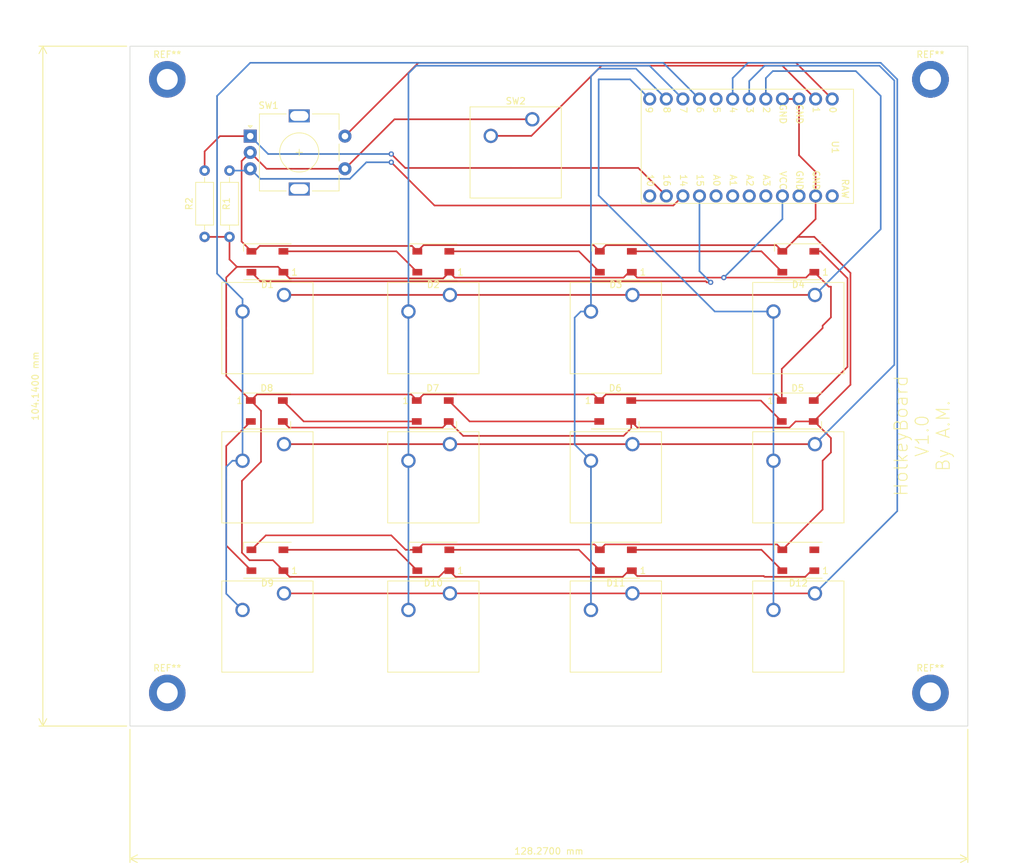
<source format=kicad_pcb>
(kicad_pcb (version 20211014) (generator pcbnew)
  (layers (0 "F.Cu" signal) (31 "B.Cu" signal) (34 "B.Paste" user) (35 "F.Paste" user) (36 "B.SilkS" user "B.Silkscreen") (37 "F.SilkS" user "F.Silkscreen") (38 "B.Mask" user) (39 "F.Mask" user) (44 "Edge.Cuts" user))
  (net 0 "")
  (net 1 "GND")
  (net 2 "buttonencoder")
  (net 3 "dt")
  (net 4 "clk")
  (net 5 "+5V")
  (net 6 "neopixel")
  (net 7 "Net-(D1-Pad2)")
  (net 8 "Net-(D2-Pad2)")
  (net 9 "Net-(D3-Pad2)")
  (net 10 "Net-(D4-Pad2)")
  (net 11 "Net-(D5-Pad2)")
  (net 12 "Net-(D6-Pad2)")
  (net 13 "Net-(D7-Pad2)")
  (net 14 "Net-(D8-Pad2)")
  (net 15 "Net-(D10-Pad4)")
  (net 16 "Net-(D10-Pad2)")
  (net 17 "Net-(D11-Pad2)")
  (net 19 "caseswitch")
  (net 20 "row 1")
  (net 21 "row 2")
  (net 22 "row 3")
  (net 24 "col 1")
  (net 25 "col 2")
  (net 26 "col 3")
  (net 27 "col 4")
  (footprint "Button_Switch_Keyboard:SW_Cherry_MX_1.00u_PCB" (layer "F.Cu") (at 63.59 106.68)
    (fp_text reference "" hide)
    (fp_text value "SW_MEC_5G" hide)
    (pad "" np_thru_hole circle locked (at -7.62 5.08) (size 1.7 1.7) (drill 1.7) (layers *.Cu *.Mask))
    (pad "" np_thru_hole circle locked (at -2.54 5.08) (size 4 4) (drill 4) (layers *.Cu *.Mask))
    (pad "" np_thru_hole circle locked (at 2.54 5.08) (size 1.7 1.7) (drill 1.7) (layers *.Cu *.Mask))
    (pad "1" thru_hole circle locked (at 0 0) (size 2.2 2.2) (drill 1.5) (layers *.Cu *.Mask) (net 22 "row 3"))
    (pad "2" thru_hole circle locked (at -6.35 2.54) (size 2.2 2.2) (drill 1.5) (layers *.Cu *.Mask) (net 24 "col 1"))
  )
  (footprint "LED_SMD:LED_WS2812B_PLCC4_5.0x5.0mm_P3.2mm" (layer "F.Cu") (at 142.24 78.74)
    (fp_text reference "D5" (at 0 -3.5) (layer "F.SilkS"))
    (fp_text value "WS2812B")
    (fp_text user "1" (at -4.15 -1.6) (layer "F.SilkS"))
    (pad "1" smd rect locked (at -2.45 -1.6) (size 1.5 1) (layers "F.Cu" "F.Paste" "F.Mask") (net 5 "+5V"))
    (pad "2" smd rect locked (at -2.45 1.6) (size 1.5 1) (layers "F.Cu" "F.Paste" "F.Mask") (net 11 "Net-(D5-Pad2)"))
    (pad "3" smd rect locked (at 2.45 1.6) (size 1.5 1) (layers "F.Cu" "F.Paste" "F.Mask") (net 1 "GND"))
    (pad "4" smd rect locked (at 2.45 -1.6) (size 1.5 1) (layers "F.Cu" "F.Paste" "F.Mask") (net 10 "Net-(D4-Pad2)"))
  )
  (footprint "Button_Switch_Keyboard:SW_Cherry_MX_1.00u_PCB" (layer "F.Cu") (at 116.93 60.96)
    (fp_text reference "" (at -2.54 -2.794) (layer "F.SilkS"))
    (fp_text value "")
    (pad "" np_thru_hole circle locked (at 2.54 5.08) (size 1.7 1.7) (drill 1.7) (layers *.Cu *.Mask))
    (pad "" np_thru_hole circle locked (at -2.54 5.08) (size 4 4) (drill 4) (layers *.Cu *.Mask))
    (pad "" np_thru_hole circle locked (at -7.62 5.08) (size 1.7 1.7) (drill 1.7) (layers *.Cu *.Mask))
    (pad "1" thru_hole circle locked (at 0 0) (size 2.2 2.2) (drill 1.5) (layers *.Cu *.Mask) (net 20 "row 1"))
    (pad "2" thru_hole circle locked (at -6.35 2.54) (size 2.2 2.2) (drill 1.5) (layers *.Cu *.Mask) (net 26 "col 3"))
  )
  (footprint "LED_SMD:LED_WS2812B_PLCC4_5.0x5.0mm_P3.2mm" (layer "F.Cu") (at 114.39 55.88 180)
    (fp_text reference "D3" (at 0 -3.5) (layer "F.SilkS"))
    (fp_text value "WS2812B")
    (fp_text user "1" (at -4.15 -1.6) (layer "F.SilkS"))
    (pad "1" smd rect locked (at -2.45 -1.6 180) (size 1.5 1) (layers "F.Cu" "F.Paste" "F.Mask") (net 5 "+5V"))
    (pad "2" smd rect locked (at -2.45 1.6 180) (size 1.5 1) (layers "F.Cu" "F.Paste" "F.Mask") (net 9 "Net-(D3-Pad2)"))
    (pad "3" smd rect locked (at 2.45 1.6 180) (size 1.5 1) (layers "F.Cu" "F.Paste" "F.Mask") (net 1 "GND"))
    (pad "4" smd rect locked (at 2.45 -1.6 180) (size 1.5 1) (layers "F.Cu" "F.Paste" "F.Mask") (net 8 "Net-(D2-Pad2)"))
  )
  (footprint "" (layer "F.Cu") (at 162.56 27.94)
    (fp_text reference "" (at 0 0) (layer "F.SilkS") (effects (font (size 1.27 1.27))))
    (fp_text value "" (at 0 0) (layer "F.SilkS") (effects (font (size 1.27 1.27))))
    (pad "1" thru_hole circle locked (at 0 0) (size 5.6 5.6) (drill 3.2) (layers *.Cu *.Mask))
  )
  (footprint "LED_SMD:LED_WS2812B_PLCC4_5.0x5.0mm_P3.2mm" (layer "F.Cu") (at 61.05 101.6 180)
    (fp_text reference "D9" (at 0 -3.5) (layer "F.SilkS"))
    (fp_text value "WS2812B")
    (fp_text user "1" (at -4.15 -1.6) (layer "F.SilkS"))
    (pad "1" smd rect locked (at -2.45 -1.6 180) (size 1.5 1) (layers "F.Cu" "F.Paste" "F.Mask") (net 5 "+5V"))
    (pad "2" smd rect locked (at -2.45 1.6 180) (size 1.5 1) (layers "F.Cu" "F.Paste" "F.Mask") (net 15 "Net-(D10-Pad4)"))
    (pad "3" smd rect locked (at 2.45 1.6 180) (size 1.5 1) (layers "F.Cu" "F.Paste" "F.Mask") (net 1 "GND"))
    (pad "4" smd rect locked (at 2.45 -1.6 180) (size 1.5 1) (layers "F.Cu" "F.Paste" "F.Mask") (net 14 "Net-(D8-Pad2)"))
  )
  (footprint "LED_SMD:LED_WS2812B_PLCC4_5.0x5.0mm_P3.2mm" (layer "F.Cu") (at 61.05 55.88 180)
    (fp_text reference "D1" (at 0 -3.5) (layer "F.SilkS"))
    (fp_text value "WS2812B")
    (fp_text user "1" (at -4.15 -1.6) (layer "F.SilkS"))
    (pad "1" smd rect locked (at -2.45 -1.6 180) (size 1.5 1) (layers "F.Cu" "F.Paste" "F.Mask") (net 5 "+5V"))
    (pad "2" smd rect locked (at -2.45 1.6 180) (size 1.5 1) (layers "F.Cu" "F.Paste" "F.Mask") (net 7 "Net-(D1-Pad2)"))
    (pad "3" smd rect locked (at 2.45 1.6 180) (size 1.5 1) (layers "F.Cu" "F.Paste" "F.Mask") (net 1 "GND"))
    (pad "4" smd rect locked (at 2.45 -1.6 180) (size 1.5 1) (layers "F.Cu" "F.Paste" "F.Mask") (net 6 "neopixel"))
  )
  (footprint "LED_SMD:LED_WS2812B_PLCC4_5.0x5.0mm_P3.2mm" (layer "F.Cu") (at 142.33 55.88 180)
    (fp_text reference "D4" (at 0 -3.5) (layer "F.SilkS"))
    (fp_text value "WS2812B")
    (fp_text user "1" (at -4.15 -1.6) (layer "F.SilkS"))
    (pad "1" smd rect locked (at -2.45 -1.6 180) (size 1.5 1) (layers "F.Cu" "F.Paste" "F.Mask") (net 5 "+5V"))
    (pad "2" smd rect locked (at -2.45 1.6 180) (size 1.5 1) (layers "F.Cu" "F.Paste" "F.Mask") (net 10 "Net-(D4-Pad2)"))
    (pad "3" smd rect locked (at 2.45 1.6 180) (size 1.5 1) (layers "F.Cu" "F.Paste" "F.Mask") (net 1 "GND"))
    (pad "4" smd rect locked (at 2.45 -1.6 180) (size 1.5 1) (layers "F.Cu" "F.Paste" "F.Mask") (net 9 "Net-(D3-Pad2)"))
  )
  (footprint "Connector_DIN:ARCELI ATmega32U4" (layer "F.Cu") (at 150.775 29.445 -90)
    (fp_text reference "U1" (at 8.89 2.8 -90 unlocked) (layer "F.SilkS"))
    (fp_text value "ARCELI_Pro_Micro")
    (fp_text user "7" (at 3.175 26.035 -90 unlocked) (layer "F.SilkS"))
    (fp_text user "8" (at 3.175 28.575 -90 unlocked) (layer "F.SilkS"))
    (fp_text user "1" (at 3.175 5.715 -90 unlocked) (layer "F.SilkS"))
    (fp_text user "3" (at 3.175 15.875 -90 unlocked) (layer "F.SilkS"))
    (fp_text user "0" (at 3.175 3.175 -90 unlocked) (layer "F.SilkS"))
    (fp_text user "9" (at 3.175 31.3 -90 unlocked) (layer "F.SilkS"))
    (fp_text user "A3" (at 13.97 13.335 -90 unlocked) (layer "F.SilkS"))
    (fp_text user "2" (at 3.175 13.335 -90 unlocked) (layer "F.SilkS"))
    (fp_text user "4" (at 3.175 18.415 -90 unlocked) (layer "F.SilkS"))
    (fp_text user "GND" (at 3.81 10.795 -90 unlocked) (layer "F.SilkS"))
    (fp_text user "15" (at 13.97 23.495 -90 unlocked) (layer "F.SilkS"))
    (fp_text user "A1" (at 13.97 18.415 -90 unlocked) (layer "F.SilkS"))
    (fp_text user "A2" (at 13.97 15.875 -90 unlocked) (layer "F.SilkS"))
    (fp_text user "GND" (at 13.97 8.255 -90 unlocked) (layer "F.SilkS"))
    (fp_text user "A0" (at 13.97 20.955 -90 unlocked) (layer "F.SilkS"))
    (fp_text user "GND" (at 13.97 5.715 -90 unlocked) (layer "F.SilkS"))
    (fp_text user "16" (at 13.97 28.575 -90 unlocked) (layer "F.SilkS"))
    (fp_text user "14" (at 13.97 26.035 -90 unlocked) (layer "F.SilkS"))
    (fp_text user "GND" (at 3.81 8.255 -90 unlocked) (layer "F.SilkS"))
    (fp_text user "6" (at 3.175 23.495 -90 unlocked) (layer "F.SilkS"))
    (fp_text user "RAW" (at 15.24 1.27 -90 unlocked) (layer "F.SilkS"))
    (fp_text user "VCC" (at 13.97 10.795 -90 unlocked) (layer "F.SilkS"))
    (fp_text user "10" (at 13.97 31.115 -90 unlocked) (layer "F.SilkS"))
    (fp_text user "5" (at 3.175 20.955 -90 unlocked) (layer "F.SilkS"))
    (pad "0" thru_hole circle (at 1.5 3.26 270) (size 2 2) (drill 1.2) (layers *.Cu *.Mask) (net 2 "buttonencoder"))
    (pad "1" thru_hole circle (at 1.5 5.8 270) (size 2 2) (drill 1.2) (layers *.Cu *.Mask) (net 19 "caseswitch"))
    (pad "2" thru_hole circle (at 1.5 13.42 270) (size 2 2) (drill 1.2) (layers *.Cu *.Mask) (net 20 "row 1"))
    (pad "3" thru_hole circle (at 1.5 15.96 270) (size 2 2) (drill 1.2) (layers *.Cu *.Mask) (net 21 "row 2"))
    (pad "4" thru_hole circle (at 1.5 18.5 270) (size 2 2) (drill 1.2) (layers *.Cu *.Mask) (net 22 "row 3"))
    (pad "5" thru_hole circle (at 1.5 21.04 270) (size 2 2) (drill 1.2) (layers *.Cu *.Mask))
    (pad "6" thru_hole circle (at 1.5 23.58 270) (size 2 2) (drill 1.2) (layers *.Cu *.Mask) (net 24 "col 1"))
    (pad "7" thru_hole circle (at 1.5 26.12 270) (size 2 2) (drill 1.2) (layers *.Cu *.Mask) (net 25 "col 2"))
    (pad "8" thru_hole circle (at 1.5 28.66 270) (size 2 2) (drill 1.2) (layers *.Cu *.Mask) (net 26 "col 3"))
    (pad "9" thru_hole circle (at 1.5 31.2 270) (size 2 2) (drill 1.2) (layers *.Cu *.Mask) (net 27 "col 4"))
    (pad "10" thru_hole circle (at 16.35 31.2 270) (size 2 2) (drill 1.2) (layers *.Cu *.Mask))
    (pad "14" thru_hole circle (at 16.35 26.12 270) (size 2 2) (drill 1.2) (layers *.Cu *.Mask) (net 3 "dt"))
    (pad "15" thru_hole circle (at 16.35 23.58 270) (size 2 2) (drill 1.2) (layers *.Cu *.Mask) (net 6 "neopixel"))
    (pad "16" thru_hole circle (at 16.35 28.66 270) (size 2 2) (drill 1.2) (layers *.Cu *.Mask) (net 4 "clk"))
    (pad "A0" thru_hole circle (at 16.35 21.04 270) (size 2 2) (drill 1.2) (layers *.Cu *.Mask))
    (pad "A1" thru_hole circle (at 16.35 18.5 270) (size 2 2) (drill 1.2) (layers *.Cu *.Mask))
    (pad "A2" thru_hole circle (at 16.35 15.96 270) (size 2 2) (drill 1.2) (layers *.Cu *.Mask))
    (pad "A3" thru_hole circle (at 16.35 13.42 270) (size 2 2) (drill 1.2) (layers *.Cu *.Mask))
    (pad "GND" thru_hole circle (at 16.35 5.8 270) (size 2 2) (drill 1.2) (layers *.Cu *.Mask) (net 1 "GND"))
    (pad "GND" thru_hole circle (at 1.5 10.88 270) (size 2 2) (drill 1.2) (layers *.Cu *.Mask) (net 1 "GND"))
    (pad "GND" thru_hole circle (at 1.5 8.34 270) (size 2 2) (drill 1.2) (layers *.Cu *.Mask) (net 1 "GND"))
    (pad "RAW" thru_hole circle (at 16.35 3.26 270) (size 2 2) (drill 1.2) (layers *.Cu *.Mask))
    (pad "RST" thru_hole circle (at 16.35 8.34 270) (size 2 2) (drill 1.2) (layers *.Cu *.Mask))
    (pad "VCC" thru_hole circle (at 16.35 10.88 270) (size 2 2) (drill 1.2) (layers *.Cu *.Mask) (net 5 "+5V"))
  )
  (footprint "" (layer "F.Cu") (at 162.56 27.94)
    (fp_text reference "" (at 0 0) (layer "F.SilkS") (effects (font (size 1.27 1.27))))
    (fp_text value "" (at 0 0) (layer "F.SilkS") (effects (font (size 1.27 1.27))))
    (pad "1" thru_hole circle locked (at 0 0) (size 5.6 5.6) (drill 3.2) (layers *.Cu *.Mask))
  )
  (footprint "Button_Switch_Keyboard:SW_Cherry_MX_1.00u_PCB" (layer "F.Cu") (at 63.59 83.82)
    (fp_text reference "" (at -2.54 -2.794) (layer "F.SilkS"))
    (fp_text value "")
    (pad "" np_thru_hole circle locked (at -2.54 5.08) (size 4 4) (drill 4) (layers *.Cu *.Mask))
    (pad "" np_thru_hole circle locked (at 2.54 5.08) (size 1.7 1.7) (drill 1.7) (layers *.Cu *.Mask))
    (pad "" np_thru_hole circle locked (at -7.62 5.08) (size 1.7 1.7) (drill 1.7) (layers *.Cu *.Mask))
    (pad "1" thru_hole circle locked (at 0 0) (size 2.2 2.2) (drill 1.5) (layers *.Cu *.Mask) (net 21 "row 2"))
    (pad "2" thru_hole circle locked (at -6.35 2.54) (size 2.2 2.2) (drill 1.5) (layers *.Cu *.Mask) (net 24 "col 1"))
  )
  (footprint "Button_Switch_Keyboard:SW_Cherry_MX_1.00u_PCB" (layer "F.Cu") (at 101.6 34.055)
    (fp_text reference "SW2" (at -2.54 -2.794) (layer "F.SilkS"))
    (fp_text value "SW_MEC_5G")
    (pad "" np_thru_hole circle locked (at -7.62 5.08) (size 1.7 1.7) (drill 1.7) (layers *.Cu *.Mask))
    (pad "" np_thru_hole circle locked (at -2.54 5.08) (size 4 4) (drill 4) (layers *.Cu *.Mask))
    (pad "" np_thru_hole circle locked (at 2.54 5.08) (size 1.7 1.7) (drill 1.7) (layers *.Cu *.Mask))
    (pad "1" thru_hole circle locked (at 0 0) (size 2.2 2.2) (drill 1.5) (layers *.Cu *.Mask) (net 1 "GND"))
    (pad "2" thru_hole circle locked (at -6.35 2.54) (size 2.2 2.2) (drill 1.5) (layers *.Cu *.Mask) (net 19 "caseswitch"))
  )
  (footprint "Button_Switch_Keyboard:SW_Cherry_MX_1.00u_PCB" (layer "F.Cu") (at 144.87 83.82)
    (fp_text reference "" (at -2.54 -2.794) (layer "F.SilkS"))
    (fp_text value "")
    (pad "" np_thru_hole circle locked (at -7.62 5.08) (size 1.7 1.7) (drill 1.7) (layers *.Cu *.Mask))
    (pad "" np_thru_hole circle locked (at 2.54 5.08) (size 1.7 1.7) (drill 1.7) (layers *.Cu *.Mask))
    (pad "" np_thru_hole circle locked (at -2.54 5.08) (size 4 4) (drill 4) (layers *.Cu *.Mask))
    (pad "1" thru_hole circle locked (at 0 0) (size 2.2 2.2) (drill 1.5) (layers *.Cu *.Mask) (net 21 "row 2"))
    (pad "2" thru_hole circle locked (at -6.35 2.54) (size 2.2 2.2) (drill 1.5) (layers *.Cu *.Mask) (net 27 "col 4"))
  )
  (footprint "MountingHole:MountingHole_3.2mm_M3_DIN965_Pad" (layer "F.Cu") (at 45.72 27.94)
    (fp_text reference "REF**" (at 0 -3.8) (layer "F.SilkS"))
    (fp_text value "MountingHole_3.2mm_M3_DIN965_Pad")
    (pad "1" thru_hole circle locked (at 0 0) (size 5.6 5.6) (drill 3.2) (layers *.Cu *.Mask))
  )
  (footprint "Button_Switch_Keyboard:SW_Cherry_MX_1.00u_PCB" (layer "F.Cu") (at 63.59 60.96)
    (fp_text reference "" (at -2.54 -2.794) (layer "F.SilkS"))
    (fp_text value "~")
    (pad "" np_thru_hole circle locked (at -2.54 5.08) (size 4 4) (drill 4) (layers *.Cu *.Mask))
    (pad "" np_thru_hole circle locked (at -7.62 5.08) (size 1.7 1.7) (drill 1.7) (layers *.Cu *.Mask))
    (pad "" np_thru_hole circle locked (at 2.54 5.08) (size 1.7 1.7) (drill 1.7) (layers *.Cu *.Mask))
    (pad "1" thru_hole circle locked (at 0 0) (size 2.2 2.2) (drill 1.5) (layers *.Cu *.Mask) (net 20 "row 1"))
    (pad "2" thru_hole circle locked (at -6.35 2.54) (size 2.2 2.2) (drill 1.5) (layers *.Cu *.Mask) (net 24 "col 1"))
  )
  (footprint "Resistor_THT:R_Axial_DIN0207_L6.3mm_D2.5mm_P10.16mm_Horizontal" (layer "F.Cu") (at 55.245 52.07 90)
    (fp_text reference "R1" (at 5.08 -0.465 90) (layer "F.SilkS"))
    (fp_text value "")
    (pad "1" thru_hole circle locked (at 0 0 90) (size 1.6 1.6) (drill 0.8) (layers *.Cu *.Mask) (net 5 "+5V"))
    (pad "2" thru_hole oval locked (at 10.16 0 90) (size 1.6 1.6) (drill 0.8) (layers *.Cu *.Mask) (net 3 "dt"))
  )
  (footprint "Resistor_THT:R_Axial_DIN0207_L6.3mm_D2.5mm_P10.16mm_Horizontal" (layer "F.Cu") (at 51.435 52.07 90)
    (fp_text reference "R2" (at 5.08 -2.37 90) (layer "F.SilkS"))
    (fp_text value "")
    (pad "1" thru_hole circle locked (at 0 0 90) (size 1.6 1.6) (drill 0.8) (layers *.Cu *.Mask) (net 5 "+5V"))
    (pad "2" thru_hole oval locked (at 10.16 0 90) (size 1.6 1.6) (drill 0.8) (layers *.Cu *.Mask) (net 4 "clk"))
  )
  (footprint "LED_SMD:LED_WS2812B_PLCC4_5.0x5.0mm_P3.2mm" (layer "F.Cu") (at 60.96 78.74)
    (fp_text reference "D8" (at 0 -3.5) (layer "F.SilkS"))
    (fp_text value "WS2812B")
    (fp_text user "1" (at -4.15 -1.6) (layer "F.SilkS"))
    (pad "1" smd rect locked (at -2.45 -1.6) (size 1.5 1) (layers "F.Cu" "F.Paste" "F.Mask") (net 5 "+5V"))
    (pad "2" smd rect locked (at -2.45 1.6) (size 1.5 1) (layers "F.Cu" "F.Paste" "F.Mask") (net 14 "Net-(D8-Pad2)"))
    (pad "3" smd rect locked (at 2.45 1.6) (size 1.5 1) (layers "F.Cu" "F.Paste" "F.Mask") (net 1 "GND"))
    (pad "4" smd rect locked (at 2.45 -1.6) (size 1.5 1) (layers "F.Cu" "F.Paste" "F.Mask") (net 13 "Net-(D7-Pad2)"))
  )
  (footprint "Button_Switch_Keyboard:SW_Cherry_MX_1.00u_PCB" (layer "F.Cu") (at 116.93 83.82)
    (fp_text reference "" (at -2.54 -2.794) (layer "F.SilkS"))
    (fp_text value "")
    (pad "" np_thru_hole circle locked (at 2.54 5.08) (size 1.7 1.7) (drill 1.7) (layers *.Cu *.Mask))
    (pad "" np_thru_hole circle locked (at -2.54 5.08) (size 4 4) (drill 4) (layers *.Cu *.Mask))
    (pad "" np_thru_hole circle locked (at -7.62 5.08) (size 1.7 1.7) (drill 1.7) (layers *.Cu *.Mask))
    (pad "1" thru_hole circle locked (at 0 0) (size 2.2 2.2) (drill 1.5) (layers *.Cu *.Mask) (net 21 "row 2"))
    (pad "2" thru_hole circle locked (at -6.35 2.54) (size 2.2 2.2) (drill 1.5) (layers *.Cu *.Mask) (net 26 "col 3"))
  )
  (footprint "Button_Switch_Keyboard:SW_Cherry_MX_1.00u_PCB" (layer "F.Cu") (at 88.99 60.96)
    (fp_text reference "" (at -2.54 -2.794) (layer "F.SilkS"))
    (fp_text value "")
    (pad "" np_thru_hole circle locked (at -2.54 5.08) (size 4 4) (drill 4) (layers *.Cu *.Mask))
    (pad "" np_thru_hole circle locked (at -7.62 5.08) (size 1.7 1.7) (drill 1.7) (layers *.Cu *.Mask))
    (pad "" np_thru_hole circle locked (at 2.54 5.08) (size 1.7 1.7) (drill 1.7) (layers *.Cu *.Mask))
    (pad "1" thru_hole circle locked (at 0 0) (size 2.2 2.2) (drill 1.5) (layers *.Cu *.Mask) (net 20 "row 1"))
    (pad "2" thru_hole circle locked (at -6.35 2.54) (size 2.2 2.2) (drill 1.5) (layers *.Cu *.Mask) (net 25 "col 2"))
  )
  (footprint "LED_SMD:LED_WS2812B_PLCC4_5.0x5.0mm_P3.2mm" (layer "F.Cu") (at 114.39 101.6 180)
    (fp_text reference "D11" (at 0 -3.5) (layer "F.SilkS"))
    (fp_text value "WS2812B")
    (fp_text user "1" (at -4.15 -1.6) (layer "F.SilkS"))
    (pad "1" smd rect locked (at -2.45 -1.6 180) (size 1.5 1) (layers "F.Cu" "F.Paste" "F.Mask") (net 5 "+5V"))
    (pad "2" smd rect locked (at -2.45 1.6 180) (size 1.5 1) (layers "F.Cu" "F.Paste" "F.Mask") (net 17 "Net-(D11-Pad2)"))
    (pad "3" smd rect locked (at 2.45 1.6 180) (size 1.5 1) (layers "F.Cu" "F.Paste" "F.Mask") (net 1 "GND"))
    (pad "4" smd rect locked (at 2.45 -1.6 180) (size 1.5 1) (layers "F.Cu" "F.Paste" "F.Mask") (net 16 "Net-(D10-Pad2)"))
  )
  (footprint "LED_SMD:LED_WS2812B_PLCC4_5.0x5.0mm_P3.2mm" (layer "F.Cu") (at 86.45 55.88 180)
    (fp_text reference "D2" (at 0 -3.5) (layer "F.SilkS"))
    (fp_text value "WS2812B")
    (fp_text user "1" (at -4.15 -1.6) (layer "F.SilkS"))
    (pad "1" smd rect locked (at -2.45 -1.6 180) (size 1.5 1) (layers "F.Cu" "F.Paste" "F.Mask") (net 5 "+5V"))
    (pad "2" smd rect locked (at -2.45 1.6 180) (size 1.5 1) (layers "F.Cu" "F.Paste" "F.Mask") (net 8 "Net-(D2-Pad2)"))
    (pad "3" smd rect locked (at 2.45 1.6 180) (size 1.5 1) (layers "F.Cu" "F.Paste" "F.Mask") (net 1 "GND"))
    (pad "4" smd rect locked (at 2.45 -1.6 180) (size 1.5 1) (layers "F.Cu" "F.Paste" "F.Mask") (net 7 "Net-(D1-Pad2)"))
  )
  (footprint "LED_SMD:LED_WS2812B_PLCC4_5.0x5.0mm_P3.2mm" (layer "F.Cu") (at 142.33 101.6 180)
    (fp_text reference "D12" (at 0 -3.5) (layer "F.SilkS"))
    (fp_text value "WS2812B")
    (fp_text user "1" (at -4.15 -1.6) (layer "F.SilkS"))
    (pad "1" smd rect locked (at -2.45 -1.6 180) (size 1.5 1) (layers "F.Cu" "F.Paste" "F.Mask") (net 5 "+5V"))
    (pad "2" smd rect locked (at -2.45 1.6 180) (size 1.5 1) (layers "F.Cu" "F.Paste" "F.Mask"))
    (pad "3" smd rect locked (at 2.45 1.6 180) (size 1.5 1) (layers "F.Cu" "F.Paste" "F.Mask") (net 1 "GND"))
    (pad "4" smd rect locked (at 2.45 -1.6 180) (size 1.5 1) (layers "F.Cu" "F.Paste" "F.Mask") (net 17 "Net-(D11-Pad2)"))
  )
  (footprint "Button_Switch_Keyboard:SW_Cherry_MX_1.00u_PCB" (layer "F.Cu") (at 88.99 106.68)
    (fp_text reference "" (at -2.54 -2.794) (layer "F.SilkS"))
    (fp_text value "")
    (pad "" np_thru_hole circle locked (at -2.54 5.08) (size 4 4) (drill 4) (layers *.Cu *.Mask))
    (pad "" np_thru_hole circle locked (at 2.54 5.08) (size 1.7 1.7) (drill 1.7) (layers *.Cu *.Mask))
    (pad "" np_thru_hole circle locked (at -7.62 5.08) (size 1.7 1.7) (drill 1.7) (layers *.Cu *.Mask))
    (pad "1" thru_hole circle locked (at 0 0) (size 2.2 2.2) (drill 1.5) (layers *.Cu *.Mask) (net 22 "row 3"))
    (pad "2" thru_hole circle locked (at -6.35 2.54) (size 2.2 2.2) (drill 1.5) (layers *.Cu *.Mask) (net 25 "col 2"))
  )
  (footprint "Button_Switch_Keyboard:SW_Cherry_MX_1.00u_PCB" (layer "F.Cu") (at 144.87 106.68)
    (fp_text reference "" (at -2.54 -2.794) (layer "F.SilkS"))
    (fp_text value "")
    (pad "" np_thru_hole circle locked (at -2.54 5.08) (size 4 4) (drill 4) (layers *.Cu *.Mask))
    (pad "" np_thru_hole circle locked (at -7.62 5.08) (size 1.7 1.7) (drill 1.7) (layers *.Cu *.Mask))
    (pad "" np_thru_hole circle locked (at 2.54 5.08) (size 1.7 1.7) (drill 1.7) (layers *.Cu *.Mask))
    (pad "1" thru_hole circle locked (at 0 0) (size 2.2 2.2) (drill 1.5) (layers *.Cu *.Mask) (net 22 "row 3"))
    (pad "2" thru_hole circle locked (at -6.35 2.54) (size 2.2 2.2) (drill 1.5) (layers *.Cu *.Mask) (net 27 "col 4"))
  )
  (footprint "Rotary_Encoder:RotaryEncoder_Alps_EC11E-Switch_Vertical_H20mm" (layer "F.Cu") (at 58.42 36.635)
    (fp_text reference "SW1" (at 2.8 -4.7) (layer "F.SilkS"))
    (fp_text value "RotaryEncoder_Switch")
    (pad "A" thru_hole rect locked (at 0 0) (size 2 2) (drill 1) (layers *.Cu *.Mask) (net 4 "clk"))
    (pad "B" thru_hole circle locked (at 0 5) (size 2 2) (drill 1) (layers *.Cu *.Mask) (net 3 "dt"))
    (pad "C" thru_hole circle locked (at 0 2.5) (size 2 2) (drill 1) (layers *.Cu *.Mask) (net 1 "GND"))
    (pad "MP" thru_hole rect locked (at 7.5 8.1) (size 3.2 2) (drill oval 2.8 1.5) (layers *.Cu *.Mask))
    (pad "MP" thru_hole rect locked (at 7.5 -3.1) (size 3.2 2) (drill oval 2.8 1.5) (layers *.Cu *.Mask))
    (pad "S1" thru_hole circle locked (at 14.5 5) (size 2 2) (drill 1) (layers *.Cu *.Mask) (net 1 "GND"))
    (pad "S2" thru_hole circle locked (at 14.5 0) (size 2 2) (drill 1) (layers *.Cu *.Mask) (net 2 "buttonencoder"))
  )
  (footprint "LED_SMD:LED_WS2812B_PLCC4_5.0x5.0mm_P3.2mm" (layer "F.Cu") (at 86.45 101.6 180)
    (fp_text reference "D10" (at 0 -3.5) (layer "F.SilkS"))
    (fp_text value "WS2812B")
    (fp_text user "1" (at -4.15 -1.6) (layer "F.SilkS"))
    (pad "1" smd rect locked (at -2.45 -1.6 180) (size 1.5 1) (layers "F.Cu" "F.Paste" "F.Mask") (net 5 "+5V"))
    (pad "2" smd rect locked (at -2.45 1.6 180) (size 1.5 1) (layers "F.Cu" "F.Paste" "F.Mask") (net 16 "Net-(D10-Pad2)"))
    (pad "3" smd rect locked (at 2.45 1.6 180) (size 1.5 1) (layers "F.Cu" "F.Paste" "F.Mask") (net 1 "GND"))
    (pad "4" smd rect locked (at 2.45 -1.6 180) (size 1.5 1) (layers "F.Cu" "F.Paste" "F.Mask") (net 15 "Net-(D10-Pad4)"))
  )
  (footprint "LED_SMD:LED_WS2812B_PLCC4_5.0x5.0mm_P3.2mm" (layer "F.Cu") (at 114.3 78.74)
    (fp_text reference "D6" (at 0 -3.5) (layer "F.SilkS"))
    (fp_text value "WS2812B")
    (fp_text user "1" (at -4.15 -1.6) (layer "F.SilkS"))
    (pad "1" smd rect locked (at -2.45 -1.6) (size 1.5 1) (layers "F.Cu" "F.Paste" "F.Mask") (net 5 "+5V"))
    (pad "2" smd rect locked (at -2.45 1.6) (size 1.5 1) (layers "F.Cu" "F.Paste" "F.Mask") (net 12 "Net-(D6-Pad2)"))
    (pad "3" smd rect locked (at 2.45 1.6) (size 1.5 1) (layers "F.Cu" "F.Paste" "F.Mask") (net 1 "GND"))
    (pad "4" smd rect locked (at 2.45 -1.6) (size 1.5 1) (layers "F.Cu" "F.Paste" "F.Mask") (net 11 "Net-(D5-Pad2)"))
  )
  (footprint "MountingHole:MountingHole_3.2mm_M3_DIN965_Pad" (layer "F.Cu") (at 45.72 121.92)
    (fp_text reference "REF**" (at 0 -3.8) (layer "F.SilkS"))
    (fp_text value "MountingHole_3.2mm_M3_DIN965_Pad")
    (pad "1" thru_hole circle locked (at 0 0) (size 5.6 5.6) (drill 3.2) (layers *.Cu *.Mask))
  )
  (footprint "Button_Switch_Keyboard:SW_Cherry_MX_1.00u_PCB" (layer "F.Cu") (at 144.87 60.96)
    (fp_text reference "" (at -2.54 -2.794) (layer "F.SilkS"))
    (fp_text value "")
    (pad "" np_thru_hole circle locked (at -2.54 5.08) (size 4 4) (drill 4) (layers *.Cu *.Mask))
    (pad "" np_thru_hole circle locked (at 2.54 5.08) (size 1.7 1.7) (drill 1.7) (layers *.Cu *.Mask))
    (pad "" np_thru_hole circle locked (at -7.62 5.08) (size 1.7 1.7) (drill 1.7) (layers *.Cu *.Mask))
    (pad "1" thru_hole circle locked (at 0 0) (size 2.2 2.2) (drill 1.5) (layers *.Cu *.Mask) (net 20 "row 1"))
    (pad "2" thru_hole circle locked (at -6.35 2.54) (size 2.2 2.2) (drill 1.5) (layers *.Cu *.Mask) (net 27 "col 4"))
  )
  (footprint "Button_Switch_Keyboard:SW_Cherry_MX_1.00u_PCB" (layer "F.Cu") (at 116.93 106.68)
    (fp_text reference "" (at -2.54 -2.794) (layer "F.SilkS"))
    (fp_text value "")
    (pad "" np_thru_hole circle locked (at -2.54 5.08) (size 4 4) (drill 4) (layers *.Cu *.Mask))
    (pad "" np_thru_hole circle locked (at -7.62 5.08) (size 1.7 1.7) (drill 1.7) (layers *.Cu *.Mask))
    (pad "" np_thru_hole circle locked (at 2.54 5.08) (size 1.7 1.7) (drill 1.7) (layers *.Cu *.Mask))
    (pad "1" thru_hole circle locked (at 0 0) (size 2.2 2.2) (drill 1.5) (layers *.Cu *.Mask) (net 22 "row 3"))
    (pad "2" thru_hole circle locked (at -6.35 2.54) (size 2.2 2.2) (drill 1.5) (layers *.Cu *.Mask) (net 26 "col 3"))
  )
  (footprint "Button_Switch_Keyboard:SW_Cherry_MX_1.00u_PCB" (layer "F.Cu") (at 88.99 83.82)
    (fp_text reference "" (at -2.54 -2.794) (layer "F.SilkS"))
    (fp_text value "")
    (pad "" np_thru_hole circle locked (at 2.54 5.08) (size 1.7 1.7) (drill 1.7) (layers *.Cu *.Mask))
    (pad "" np_thru_hole circle locked (at -2.54 5.08) (size 4 4) (drill 4) (layers *.Cu *.Mask))
    (pad "" np_thru_hole circle locked (at -7.62 5.08) (size 1.7 1.7) (drill 1.7) (layers *.Cu *.Mask))
    (pad "1" thru_hole circle locked (at 0 0) (size 2.2 2.2) (drill 1.5) (layers *.Cu *.Mask) (net 21 "row 2"))
    (pad "2" thru_hole circle locked (at -6.35 2.54) (size 2.2 2.2) (drill 1.5) (layers *.Cu *.Mask) (net 25 "col 2"))
  )
  (footprint "LED_SMD:LED_WS2812B_PLCC4_5.0x5.0mm_P3.2mm" (layer "F.Cu") (at 86.36 78.74)
    (fp_text reference "D7" (at 0 -3.5) (layer "F.SilkS"))
    (fp_text value "WS2812B")
    (fp_text user "1" (at -4.15 -1.6) (layer "F.SilkS"))
    (pad "1" smd rect locked (at -2.45 -1.6) (size 1.5 1) (layers "F.Cu" "F.Paste" "F.Mask") (net 5 "+5V"))
    (pad "2" smd rect locked (at -2.45 1.6) (size 1.5 1) (layers "F.Cu" "F.Paste" "F.Mask") (net 13 "Net-(D7-Pad2)"))
    (pad "3" smd rect locked (at 2.45 1.6) (size 1.5 1) (layers "F.Cu" "F.Paste" "F.Mask") (net 1 "GND"))
    (pad "4" smd rect locked (at 2.45 -1.6) (size 1.5 1) (layers "F.Cu" "F.Paste" "F.Mask") (net 12 "Net-(D6-Pad2)"))
  )
  (footprint "MountingHole:MountingHole_3.2mm_M3_DIN965_Pad" (layer "F.Cu") (at 162.56 27.94)
    (fp_text reference "REF**" (at 0 -3.8) (layer "F.SilkS"))
    (fp_text value "MountingHole_3.2mm_M3_DIN965_Pad")
    (pad "1" thru_hole circle locked (at 0 0) (size 5.6 5.6) (drill 3.2) (layers *.Cu *.Mask))
  )
  (footprint "MountingHole:MountingHole_3.2mm_M3_DIN965_Pad" (layer "F.Cu") (at 162.56 121.92)
    (fp_text reference "REF**" (at 0 -3.8) (layer "F.SilkS"))
    (fp_text value "MountingHole_3.2mm_M3_DIN965_Pad")
    (pad "1" thru_hole circle locked (at 0 0) (size 5.6 5.6) (drill 3.2) (layers *.Cu *.Mask))
  )
  (gr_rect (start 40.005 127) (end 168.275 22.86) (layer "Edge.Cuts") (width 0.1) (fill none))
  (gr_text "HotkeyBoard\nV1.0\nBy A.M." (at 161.29 82.55 90) (layer "F.SilkS") (effects (font (size 2 2))))
  (dimension (type aligned) (layer "F.SilkS") (pts (xy 40.005 127) (xy 40.005 22.86)) (height -13.335) (gr_text "104,1400 mm" (at 25.52 74.93 90) (layer "F.SilkS") (effects (font (size 1 1) (thickness 0.15)))) (format (units 3) (units_format 1) (precision 4)) (style (thickness 0.15) (arrow_length 1.27) (text_position_mode 0) (extension_height 0.58642) (extension_offset 0.5) keep_text_aligned))
  (dimension (type aligned) (layer "F.SilkS") (pts (xy 40.005 127) (xy 168.275 127)) (height 20.32) (gr_text "128,2700 mm" (at 104.14 146.17) (layer "F.SilkS") (effects (font (size 1 1) (thickness 0.15)))) (format (units 3) (units_format 1) (precision 4)) (style (thickness 0.15) (arrow_length 1.27) (text_position_mode 0) (extension_height 0.58642) (extension_offset 0.5) keep_text_aligned))
  (segment (start 142.435 30.945) (end 142.435 39.565) (width 0.25) (layer "F.Cu") (net 1))
  (segment (start 139.895 30.945) (end 142.435 30.945) (width 0.25) (layer "F.Cu") (net 1))
  (segment (start 58.42 39.135) (end 57.095489 40.459511) (width 0.25) (layer "F.Cu") (net 1))
  (segment (start 72.92 41.635) (end 80.5 34.055) (width 0.25) (layer "F.Cu") (net 1))
  (segment (start 111.94 100) (end 111.115489 99.175489) (width 0.25) (layer "F.Cu") (net 1))
  (segment (start 111.94 54.28) (end 112.88 53.34) (width 0.25) (layer "F.Cu") (net 1))
  (segment (start 80.01 97.79) (end 60.81 97.79) (width 0.25) (layer "F.Cu") (net 1))
  (segment (start 144.69 80.34) (end 150.30952 74.72048) (width 0.25) (layer "F.Cu") (net 1))
  (segment (start 91.02 82.55) (end 88.81 80.34) (width 0.25) (layer "F.Cu") (net 1))
  (segment (start 144.69 80.34) (end 141.91 80.34) (width 0.25) (layer "F.Cu") (net 1))
  (segment (start 59.874031 53.455489) (end 59.04952 54.28) (width 0.25) (layer "F.Cu") (net 1))
  (segment (start 111 53.34) (end 84.94 53.34) (width 0.25) (layer "F.Cu") (net 1))
  (segment (start 150.30952 74.72048) (end 150.30952 57.59952) (width 0.25) (layer "F.Cu") (net 1))
  (segment (start 84.94 53.34) (end 84 54.28) (width 0.25) (layer "F.Cu") (net 1))
  (segment (start 83.175489 53.455489) (end 59.874031 53.455489) (width 0.25) (layer "F.Cu") (net 1))
  (segment (start 84 54.28) (end 83.175489 53.455489) (width 0.25) (layer "F.Cu") (net 1))
  (segment (start 111.115489 99.175489) (end 84.824511 99.175489) (width 0.25) (layer "F.Cu") (net 1))
  (segment (start 144.975 49.335) (end 142.24 52.07) (width 0.25) (layer "F.Cu") (net 1))
  (segment (start 64.35 81.28) (end 87.87 81.28) (width 0.25) (layer "F.Cu") (net 1))
  (segment (start 87.87 81.28) (end 88.81 80.34) (width 0.25) (layer "F.Cu") (net 1))
  (segment (start 111.94 54.28) (end 111 53.34) (width 0.25) (layer "F.Cu") (net 1))
  (segment (start 144.975 42.105) (end 144.975 45.795) (width 0.25) (layer "F.Cu") (net 1))
  (segment (start 60.81 97.79) (end 58.6 100) (width 0.25) (layer "F.Cu") (net 1))
  (segment (start 84.824511 99.175489) (end 84 100) (width 0.25) (layer "F.Cu") (net 1))
  (segment (start 80.5 34.055) (end 101.6 34.055) (width 0.25) (layer "F.Cu") (net 1))
  (segment (start 115.57 82.55) (end 91.02 82.55) (width 0.25) (layer "F.Cu") (net 1))
  (segment (start 144.78 80.34) (end 147.32 82.88) (width 0.25) (layer "F.Cu") (net 1))
  (segment (start 139.7 54.61) (end 139.675718 54.61) (width 0.25) (layer "F.Cu") (net 1))
  (segment (start 141.91 80.34) (end 140.97 81.28) (width 0.25) (layer "F.Cu") (net 1))
  (segment (start 144.78 52.07) (end 142.24 52.07) (width 0.25) (layer "F.Cu") (net 1))
  (segment (start 140.03 54.28) (end 139.88 54.28) (width 0.25) (layer "F.Cu") (net 1))
  (segment (start 63.41 80.34) (end 64.35 81.28) (width 0.25) (layer "F.Cu") (net 1))
  (segment (start 112.764511 99.175489) (end 111.94 100) (width 0.25) (layer "F.Cu") (net 1))
  (segment (start 146.05 86.36) (end 146.05 93.83) (width 0.25) (layer "F.Cu") (net 1))
  (segment (start 142.435 39.565) (end 144.975 42.105) (width 0.25) (layer "F.Cu") (net 1))
  (segment (start 112.88 53.34) (end 138.94 53.34) (width 0.25) (layer "F.Cu") (net 1))
  (segment (start 58.42 39.135) (end 60.92 41.635) (width 0.25) (layer "F.Cu") (net 1))
  (segment (start 57.095489 40.459511) (end 57.095489 52.775489) (width 0.25) (layer "F.Cu") (net 1))
  (segment (start 138.94 53.34) (end 139.88 54.28) (width 0.25) (layer "F.Cu") (net 1))
  (segment (start 60.92 41.635) (end 61.235 41.635) (width 0.25) (layer "F.Cu") (net 1))
  (segment (start 116.75 80.34) (end 116.75 81.37) (width 0.25) (layer "F.Cu") (net 1))
  (segment (start 82.22 100) (end 80.01 97.79) (width 0.25) (layer "F.Cu") (net 1))
  (segment (start 142.24 52.07) (end 140.03 54.28) (width 0.25) (layer "F.Cu") (net 1))
  (segment (start 139.055489 99.175489) (end 112.764511 99.175489) (width 0.25) (layer "F.Cu") (net 1))
  (segment (start 139.88 54.28) (end 139.88 54.43) (width 0.25) (layer "F.Cu") (net 1))
  (segment (start 144.975 45.795) (end 144.975 49.335) (width 0.25) (layer "F.Cu") (net 1))
  (segment (start 139.88 100) (end 139.055489 99.175489) (width 0.25) (layer "F.Cu") (net 1))
  (segment (start 150.30952 57.59952) (end 144.78 52.07) (width 0.25) (layer "F.Cu") (net 1))
  (segment (start 84 100) (end 82.22 100) (width 0.25) (layer "F.Cu") (net 1))
  (segment (start 146.05 93.83) (end 139.88 100) (width 0.25) (layer "F.Cu") (net 1))
  (segment (start 116.75 81.37) (end 115.57 82.55) (width 0.25) (layer "F.Cu") (net 1))
  (segment (start 117.69 81.28) (end 116.75 80.34) (width 0.25) (layer "F.Cu") (net 1))
  (segment (start 57.095489 52.775489) (end 58.6 54.28) (width 0.25) (layer "F.Cu") (net 1))
  (segment (start 61.235 41.635) (end 72.92 41.635) (width 0.25) (layer "F.Cu") (net 1))
  (segment (start 147.32 85.09) (end 146.05 86.36) (width 0.25) (layer "F.Cu") (net 1))
  (segment (start 140.97 81.28) (end 117.69 81.28) (width 0.25) (layer "F.Cu") (net 1))
  (segment (start 147.32 82.88) (end 147.32 85.09) (width 0.25) (layer "F.Cu") (net 1))
  (segment (start 84.155 25.4) (end 72.92 36.635) (width 0.25) (layer "F.Cu") (net 2))
  (segment (start 147.515 30.945) (end 141.97 25.4) (width 0.25) (layer "F.Cu") (net 2))
  (segment (start 141.97 25.4) (end 84.155 25.4) (width 0.25) (layer "F.Cu") (net 2))
  (segment (start 123.187489 47.262511) (end 86.632511 47.262511) (width 0.25) (layer "F.Cu") (net 3))
  (segment (start 86.632511 47.262511) (end 80.01 40.64) (width 0.25) (layer "F.Cu") (net 3))
  (segment (start 124.655 45.795) (end 123.187489 47.262511) (width 0.25) (layer "F.Cu") (net 3))
  (via (at 80.01 40.64) (size 0.8) (drill 0.4) (layers "F.Cu" "B.Cu") (net 3))
  (segment (start 73.66 43.18) (end 59.965 43.18) (width 0.25) (layer "B.Cu") (net 3))
  (segment (start 59.965 43.18) (end 58.42 41.635) (width 0.25) (layer "B.Cu") (net 3))
  (segment (start 76.2 40.64) (end 73.66 43.18) (width 0.25) (layer "B.Cu") (net 3))
  (segment (start 80.01 40.64) (end 76.2 40.64) (width 0.25) (layer "B.Cu") (net 3))
  (segment (start 58.145 41.91) (end 58.42 41.635) (width 0.25) (layer "B.Cu") (net 3))
  (segment (start 55.245 41.91) (end 58.145 41.91) (width 0.25) (layer "B.Cu") (net 3))
  (segment (start 51.435 38.98) (end 51.435 41.91) (width 0.25) (layer "F.Cu") (net 4))
  (segment (start 53.78 36.635) (end 51.435 38.98) (width 0.25) (layer "F.Cu") (net 4))
  (segment (start 117.829521 41.509521) (end 82.149521 41.509521) (width 0.25) (layer "F.Cu") (net 4))
  (segment (start 82.149521 41.509521) (end 80.01 39.37) (width 0.25) (layer "F.Cu") (net 4))
  (segment (start 122.115 45.795) (end 117.829521 41.509521) (width 0.25) (layer "F.Cu") (net 4))
  (segment (start 53.78 36.635) (end 58.42 36.635) (width 0.25) (layer "F.Cu") (net 4))
  (via (at 80.01 39.37) (size 0.8) (drill 0.4) (layers "F.Cu" "B.Cu") (net 4))
  (segment (start 80.01 39.37) (end 61.155 39.37) (width 0.25) (layer "B.Cu") (net 4))
  (segment (start 61.155 39.37) (end 58.42 36.635) (width 0.25) (layer "B.Cu") (net 4))
  (segment (start 60.06644 78.69644) (end 60.06644 86.525479) (width 0.25) (layer "F.Cu") (net 5))
  (segment (start 89.724511 58.304511) (end 115.565969 58.304511) (width 0.25) (layer "F.Cu") (net 5))
  (segment (start 58.300978 101.6) (end 61.9 101.6) (width 0.25) (layer "F.Cu") (net 5))
  (segment (start 143.39048 104.14) (end 144.33048 103.2) (width 0.25) (layer "F.Cu") (net 5))
  (segment (start 55.245 57.785) (end 54.745479 58.284521) (width 0.25) (layer "F.Cu") (net 5))
  (segment (start 111.94 77.14) (end 111 76.2) (width 0.25) (layer "F.Cu") (net 5))
  (segment (start 117.664511 104.024511) (end 137.044511 104.024511) (width 0.25) (layer "F.Cu") (net 5))
  (segment (start 54.745479 58.284521) (end 54.745479 73.375479) (width 0.25) (layer "F.Cu") (net 5))
  (segment (start 57.15 100.449022) (end 58.300978 101.6) (width 0.25) (layer "F.Cu") (net 5))
  (segment (start 147.32 59.69) (end 147.32 64.398265) (width 0.25) (layer "F.Cu") (net 5))
  (segment (start 116.84 57.48) (end 117.664511 58.304511) (width 0.25) (layer "F.Cu") (net 5))
  (segment (start 117.664511 58.304511) (end 130.925489 58.304511) (width 0.25) (layer "F.Cu") (net 5))
  (segment (start 57.15 89.441919) (end 57.15 100.449022) (width 0.25) (layer "F.Cu") (net 5))
  (segment (start 55.245 55.525978) (end 56.374511 56.655489) (width 0.25) (layer "F.Cu") (net 5))
  (segment (start 130.925489 58.304511) (end 143.505969 58.304511) (width 0.25) (layer "F.Cu") (net 5))
  (segment (start 146.05 65.668265) (end 146.05 66.04) (width 0.25) (layer "F.Cu") (net 5))
  (segment (start 87.324282 104.14) (end 88.582141 102.882141) (width 0.25) (layer "F.Cu") (net 5))
  (segment (start 61.9 101.6) (end 63.182141 102.882141) (width 0.25) (layer "F.Cu") (net 5))
  (segment (start 64.44 104.14) (end 87.324282 104.14) (width 0.25) (layer "F.Cu") (net 5))
  (segment (start 112.88 76.2) (end 111.94 77.14) (width 0.25) (layer "F.Cu") (net 5))
  (segment (start 115.565969 58.304511) (end 116.39048 57.48) (width 0.25) (layer "F.Cu") (net 5))
  (segment (start 59.45 76.2) (end 58.51 77.14) (width 0.25) (layer "F.Cu") (net 5))
  (segment (start 63.5 103.2) (end 64.44 104.14) (width 0.25) (layer "F.Cu") (net 5))
  (segment (start 88.9 103.2) (end 89.84 104.14) (width 0.25) (layer "F.Cu") (net 5))
  (segment (start 144.78 57.48) (end 146.99 59.69) (width 0.25) (layer "F.Cu") (net 5))
  (segment (start 60.06644 86.525479) (end 57.15 89.441919) (width 0.25) (layer "F.Cu") (net 5))
  (segment (start 55.245 52.07) (end 55.245 55.525978) (width 0.25) (layer "F.Cu") (net 5))
  (segment (start 62.675489 56.655489) (end 56.374511 56.655489) (width 0.25) (layer "F.Cu") (net 5))
  (segment (start 54.745479 73.375479) (end 58.42 77.05) (width 0.25) (layer "F.Cu") (net 5))
  (segment (start 88.9 57.48) (end 87.96 58.42) (width 0.25) (layer "F.Cu") (net 5))
  (segment (start 51.435 52.07) (end 55.245 52.07) (width 0.25) (layer "F.Cu") (net 5))
  (segment (start 139.88 77.14) (end 138.94 76.2) (width 0.25) (layer "F.Cu") (net 5))
  (segment (start 139.79 72.3) (end 139.79 77.14) (width 0.25) (layer "F.Cu") (net 5))
  (segment (start 146.05 66.04) (end 139.79 72.3) (width 0.25) (layer "F.Cu") (net 5))
  (segment (start 87.96 58.42) (end 64.44 58.42) (width 0.25) (layer "F.Cu") (net 5))
  (segment (start 63.5 57.48) (end 62.675489 56.655489) (width 0.25) (layer "F.Cu") (net 5))
  (segment (start 146.99 59.69) (end 147.32 59.69) (width 0.25) (layer "F.Cu") (net 5))
  (segment (start 58.42 77.05) (end 58.42 77.47) (width 0.25) (layer "F.Cu") (net 5))
  (segment (start 137.16 104.14) (end 143.39048 104.14) (width 0.25) (layer "F.Cu") (net 5))
  (segment (start 84 77.14) (end 83.06 76.2) (width 0.25) (layer "F.Cu") (net 5))
  (segment (start 83.06 76.2) (end 59.45 76.2) (width 0.25) (layer "F.Cu") (net 5))
  (segment (start 56.374511 56.655489) (end 55.245 57.785) (width 0.25) (layer "F.Cu") (net 5))
  (segment (start 116.84 103.2) (end 117.664511 104.024511) (width 0.25) (layer "F.Cu") (net 5))
  (segment (start 111 76.2) (end 84.94 76.2) (width 0.25) (layer "F.Cu") (net 5))
  (segment (start 115.45048 104.14) (end 116.39048 103.2) (width 0.25) (layer "F.Cu") (net 5))
  (segment (start 147.32 64.398265) (end 146.05 65.668265) (width 0.25) (layer "F.Cu") (net 5))
  (segment (start 58.51 77.14) (end 60.06644 78.69644) (width 0.25) (layer "F.Cu") (net 5))
  (segment (start 58.51 77.38) (end 58.51 77.14) (width 0.25) (layer "F.Cu") (net 5))
  (segment (start 89.84 104.14) (end 115.45048 104.14) (width 0.25) (layer "F.Cu") (net 5))
  (segment (start 58.42 77.47) (end 58.51 77.38) (width 0.25) (layer "F.Cu") (net 5))
  (segment (start 143.505969 58.304511) (end 144.33048 57.48) (width 0.25) (layer "F.Cu") (net 5))
  (segment (start 137.044511 104.024511) (end 137.16 104.14) (width 0.25) (layer "F.Cu") (net 5))
  (segment (start 64.44 58.42) (end 63.5 57.48) (width 0.25) (layer "F.Cu") (net 5))
  (segment (start 138.94 76.2) (end 112.88 76.2) (width 0.25) (layer "F.Cu") (net 5))
  (segment (start 88.9 57.48) (end 89.724511 58.304511) (width 0.25) (layer "F.Cu") (net 5))
  (segment (start 84.94 76.2) (end 84 77.14) (width 0.25) (layer "F.Cu") (net 5))
  (via (at 130.925489 58.304511) (size 0.8) (drill 0.4) (layers "F.Cu" "B.Cu") (net 5))
  (segment (start 139.895 49.335) (end 130.925489 58.304511) (width 0.25) (layer "B.Cu") (net 5))
  (segment (start 139.895 45.795) (end 139.895 49.335) (width 0.25) (layer "B.Cu") (net 5))
  (segment (start 58.6 57.48) (end 59.98952 58.86952) (width 0.25) (layer "F.Cu") (net 6))
  (segment (start 59.98952 58.86952) (end 128.154511 58.86952) (width 0.25) (layer "F.Cu") (net 6))
  (segment (start 128.154511 58.86952) (end 128.065866 58.86952) (width 0.25) (layer "F.Cu") (net 6))
  (segment (start 128.905 59.029011) (end 128.314002 59.029011) (width 0.25) (layer "F.Cu") (net 6))
  (segment (start 128.314002 59.029011) (end 128.154511 58.86952) (width 0.25) (layer "F.Cu") (net 6))
  (via (at 128.905 59.029011) (size 0.8) (drill 0.4) (layers "F.Cu" "B.Cu") (net 6))
  (segment (start 127.195 57.319011) (end 127.195 45.795) (width 0.25) (layer "B.Cu") (net 6))
  (segment (start 128.905 59.029011) (end 127.195 57.319011) (width 0.25) (layer "B.Cu") (net 6))
  (segment (start 80.8 54.28) (end 84 57.48) (width 0.25) (layer "F.Cu") (net 7))
  (segment (start 63.5 54.28) (end 80.8 54.28) (width 0.25) (layer "F.Cu") (net 7))
  (segment (start 88.9 54.28) (end 108.74 54.28) (width 0.25) (layer "F.Cu") (net 8))
  (segment (start 108.74 54.28) (end 111.94 57.48) (width 0.25) (layer "F.Cu") (net 8))
  (segment (start 136.68 54.28) (end 139.88 57.48) (width 0.25) (layer "F.Cu") (net 9))
  (segment (start 116.84 54.28) (end 136.68 54.28) (width 0.25) (layer "F.Cu") (net 9))
  (segment (start 145.72 54.28) (end 149.86 58.42) (width 0.25) (layer "F.Cu") (net 10))
  (segment (start 144.78 54.28) (end 145.72 54.28) (width 0.25) (layer "F.Cu") (net 10))
  (segment (start 149.86 58.42) (end 149.86 71.97) (width 0.25) (layer "F.Cu") (net 10))
  (segment (start 149.86 71.97) (end 144.69 77.14) (width 0.25) (layer "F.Cu") (net 10))
  (segment (start 136.59 77.14) (end 139.79 80.34) (width 0.25) (layer "F.Cu") (net 11))
  (segment (start 116.75 77.14) (end 136.59 77.14) (width 0.25) (layer "F.Cu") (net 11))
  (segment (start 111.85 80.34) (end 92.01 80.34) (width 0.25) (layer "F.Cu") (net 12))
  (segment (start 92.01 80.34) (end 88.81 77.14) (width 0.25) (layer "F.Cu") (net 12))
  (segment (start 83.91 80.34) (end 66.61 80.34) (width 0.25) (layer "F.Cu") (net 13))
  (segment (start 66.61 80.34) (end 63.41 77.14) (width 0.25) (layer "F.Cu") (net 13))
  (segment (start 58.51 80.34) (end 54.745479 84.104521) (width 0.25) (layer "F.Cu") (net 14))
  (segment (start 54.745479 84.104521) (end 54.745479 99.345479) (width 0.25) (layer "F.Cu") (net 14))
  (segment (start 54.745479 99.345479) (end 58.6 103.2) (width 0.25) (layer "F.Cu") (net 14))
  (segment (start 80.8 100) (end 84 103.2) (width 0.25) (layer "F.Cu") (net 15))
  (segment (start 63.5 100) (end 80.8 100) (width 0.25) (layer "F.Cu") (net 15))
  (segment (start 88.9 100) (end 108.74 100) (width 0.25) (layer "F.Cu") (net 16))
  (segment (start 108.74 100) (end 111.94 103.2) (width 0.25) (layer "F.Cu") (net 16))
  (segment (start 116.84 100) (end 136.68 100) (width 0.25) (layer "F.Cu") (net 17))
  (segment (start 136.68 100) (end 139.88 103.2) (width 0.25) (layer "F.Cu") (net 17))
  (segment (start 101.454782 36.595) (end 95.25 36.595) (width 0.25) (layer "F.Cu") (net 19))
  (segment (start 139.87952 25.84952) (end 112.200262 25.84952) (width 0.25) (layer "F.Cu") (net 19))
  (segment (start 112.200262 25.84952) (end 101.454782 36.595) (width 0.25) (layer "F.Cu") (net 19))
  (segment (start 144.975 30.945) (end 139.87952 25.84952) (width 0.25) (layer "F.Cu") (net 19))
  (segment (start 88.99 60.96) (end 63.59 60.96) (width 0.25) (layer "F.Cu") (net 20))
  (segment (start 116.93 60.96) (end 88.99 60.96) (width 0.25) (layer "F.Cu") (net 20))
  (segment (start 144.87 60.96) (end 116.93 60.96) (width 0.25) (layer "F.Cu") (net 20))
  (segment (start 138.43 26.67) (end 137.355 27.745) (width 0.25) (layer "B.Cu") (net 20))
  (segment (start 151.13 26.67) (end 138.43 26.67) (width 0.25) (layer "B.Cu") (net 20))
  (segment (start 144.87 60.96) (end 154.94 50.89) (width 0.25) (layer "B.Cu") (net 20))
  (segment (start 154.94 50.89) (end 154.94 30.48) (width 0.25) (layer "B.Cu") (net 20))
  (segment (start 154.94 30.48) (end 151.13 26.67) (width 0.25) (layer "B.Cu") (net 20))
  (segment (start 137.355 27.745) (end 137.355 30.945) (width 0.25) (layer "B.Cu") (net 20))
  (segment (start 88.99 83.82) (end 116.93 83.82) (width 0.25) (layer "F.Cu") (net 21))
  (segment (start 63.59 83.82) (end 88.99 83.82) (width 0.25) (layer "F.Cu") (net 21))
  (segment (start 116.93 83.82) (end 144.87 83.82) (width 0.25) (layer "F.Cu") (net 21))
  (segment (start 134.815 28.19452) (end 134.815 30.945) (width 0.25) (layer "B.Cu") (net 21))
  (segment (start 157.03048 71.65952) (end 157.03048 28.126198) (width 0.25) (layer "B.Cu") (net 21))
  (segment (start 154.753802 25.84952) (end 137.16 25.84952) (width 0.25) (layer "B.Cu") (net 21))
  (segment (start 157.03048 28.126198) (end 154.753802 25.84952) (width 0.25) (layer "B.Cu") (net 21))
  (segment (start 144.87 83.82) (end 157.03048 71.65952) (width 0.25) (layer "B.Cu") (net 21))
  (segment (start 137.16 25.84952) (end 134.815 28.19452) (width 0.25) (layer "B.Cu") (net 21))
  (segment (start 88.99 106.68) (end 63.59 106.68) (width 0.25) (layer "F.Cu") (net 22))
  (segment (start 144.87 106.68) (end 116.93 106.68) (width 0.25) (layer "F.Cu") (net 22))
  (segment (start 116.93 106.68) (end 88.99 106.68) (width 0.25) (layer "F.Cu") (net 22))
  (segment (start 144.87 106.68) (end 157.48 94.07) (width 0.25) (layer "B.Cu") (net 22))
  (segment (start 157.48 94.07) (end 157.48 27.94) (width 0.25) (layer "B.Cu") (net 22))
  (segment (start 154.94 25.4) (end 134.62 25.4) (width 0.25) (layer "B.Cu") (net 22))
  (segment (start 134.62 25.4) (end 132.275 27.745) (width 0.25) (layer "B.Cu") (net 22))
  (segment (start 157.48 27.94) (end 154.94 25.4) (width 0.25) (layer "B.Cu") (net 22))
  (segment (start 132.275 27.745) (end 132.275 30.945) (width 0.25) (layer "B.Cu") (net 22))
  (segment (start 53.34 30.48) (end 53.34 57.695) (width 0.25) (layer "B.Cu") (net 24))
  (segment (start 53.34 57.695) (end 57.24 61.595) (width 0.25) (layer "B.Cu") (net 24))
  (segment (start 121.65 25.4) (end 58.42 25.4) (width 0.25) (layer "B.Cu") (net 24))
  (segment (start 57.24 63.5) (end 57.24 86.36) (width 0.25) (layer "B.Cu") (net 24))
  (segment (start 57.24 86.36) (end 55.684366 86.36) (width 0.25) (layer "B.Cu") (net 24))
  (segment (start 58.42 25.4) (end 53.34 30.48) (width 0.25) (layer "B.Cu") (net 24))
  (segment (start 54.745479 87.298887) (end 54.745479 106.725479) (width 0.25) (layer "B.Cu") (net 24))
  (segment (start 57.24 61.595) (end 57.24 63.5) (width 0.25) (layer "B.Cu") (net 24))
  (segment (start 55.684366 86.36) (end 54.745479 87.298887) (width 0.25) (layer "B.Cu") (net 24))
  (segment (start 127.195 30.945) (end 121.65 25.4) (width 0.25) (layer "B.Cu") (net 24))
  (segment (start 54.745479 106.725479) (end 57.24 109.22) (width 0.25) (layer "B.Cu") (net 24))
  (segment (start 82.64 63.5) (end 82.64 86.36) (width 0.25) (layer "B.Cu") (net 25))
  (segment (start 83.82 25.84952) (end 119.55952 25.84952) (width 0.25) (layer "B.Cu") (net 25))
  (segment (start 82.64 63.5) (end 82.64 27.02952) (width 0.25) (layer "B.Cu") (net 25))
  (segment (start 119.55952 25.84952) (end 124.655 30.945) (width 0.25) (layer "B.Cu") (net 25))
  (segment (start 82.64 27.02952) (end 83.82 25.84952) (width 0.25) (layer "B.Cu") (net 25))
  (segment (start 82.64 86.36) (end 82.64 109.22) (width 0.25) (layer "B.Cu") (net 25))
  (segment (start 110.58 63.5) (end 109.024366 63.5) (width 0.25) (layer "B.Cu") (net 26))
  (segment (start 109.024366 63.5) (end 108.085479 64.438887) (width 0.25) (layer "B.Cu") (net 26))
  (segment (start 108.085479 83.865479) (end 110.58 86.36) (width 0.25) (layer "B.Cu") (net 26))
  (segment (start 117.46904 26.29904) (end 122.115 30.945) (width 0.25) (layer "B.Cu") (net 26))
  (segment (start 110.58 86.36) (end 110.58 109.22) (width 0.25) (layer "B.Cu") (net 26))
  (segment (start 111.76 26.29904) (end 117.46904 26.29904) (width 0.25) (layer "B.Cu") (net 26))
  (segment (start 108.085479 64.438887) (end 108.085479 83.865479) (width 0.25) (layer "B.Cu") (net 26))
  (segment (start 110.58 63.5) (end 110.58 27.47904) (width 0.25) (layer "B.Cu") (net 26))
  (segment (start 110.58 27.47904) (end 111.76 26.29904) (width 0.25) (layer "B.Cu") (net 26))
  (segment (start 129.54 63.5) (end 111.76 45.72) (width 0.25) (layer "B.Cu") (net 27))
  (segment (start 138.52 86.36) (end 138.52 109.22) (width 0.25) (layer "B.Cu") (net 27))
  (segment (start 138.52 63.5) (end 138.52 86.36) (width 0.25) (layer "B.Cu") (net 27))
  (segment (start 138.52 63.5) (end 129.54 63.5) (width 0.25) (layer "B.Cu") (net 27))
  (segment (start 111.76 27.94) (end 116.57 27.94) (width 0.25) (layer "B.Cu") (net 27))
  (segment (start 116.57 27.94) (end 119.575 30.945) (width 0.25) (layer "B.Cu") (net 27))
  (segment (start 111.76 45.72) (end 111.76 27.94) (width 0.25) (layer "B.Cu") (net 27))
)
</source>
